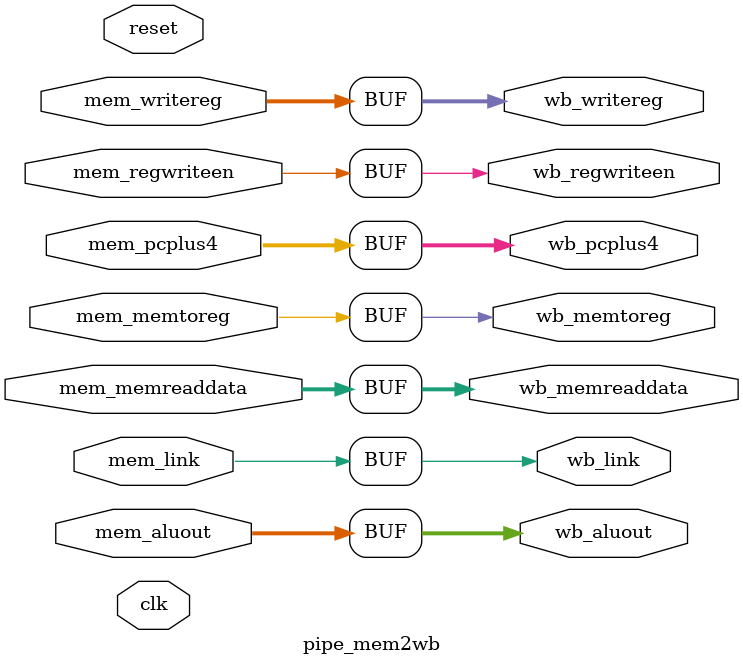
<source format=v>
`include "simparams.vh"

module pipe_mem2wb(input clk, reset,
                   input         mem_memtoreg,
                   input         mem_link,
                   input         mem_regwriteen,
                   input [4:0]   mem_writereg,
                   input [31:0]  mem_aluout,
                   input [31:0]  mem_memreaddata,
                   input [31:0]  mem_pcplus4,
                   output        wb_memtoreg,
                   output        wb_link,
                   output        wb_regwriteen,
                   output [4:0]  wb_writereg,
                   output [31:0] wb_aluout,
                   output [31:0] wb_memreaddata,
                   output [31:0] wb_pcplus4);

   assign wb_memtoreg = mem_memtoreg;
   assign wb_link = mem_link;
   assign wb_writereg = mem_writereg;
   assign wb_regwriteen = mem_regwriteen;
   assign wb_aluout = mem_aluout;
   assign wb_memreaddata = mem_memreaddata;
   assign wb_pcplus4 = mem_pcplus4;

endmodule // pipe_mem2wb


</source>
